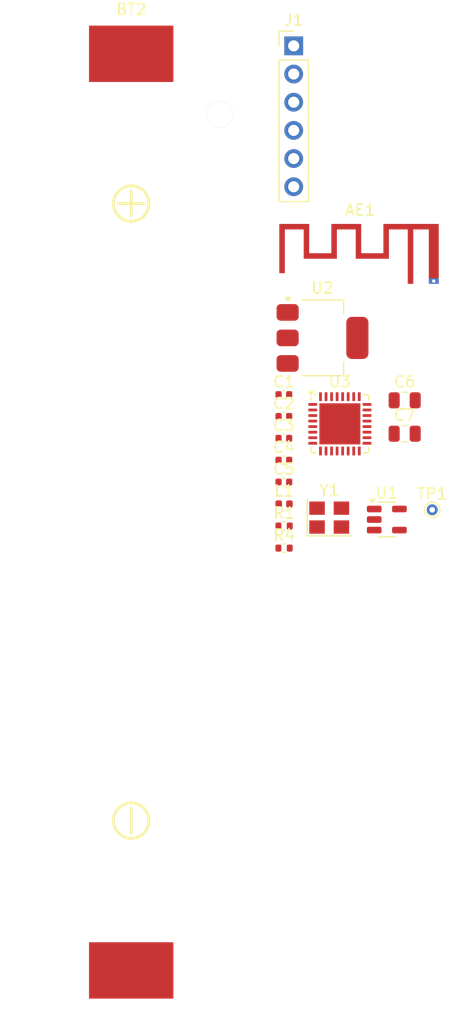
<source format=kicad_pcb>
(kicad_pcb (version 20240108) (generator "pcbnew") (generator_version "8.0")
  (layers (0 "F.Cu" signal) (31 "B.Cu" signal) (34 "B.Paste" user) (35 "F.Paste" user) (36 "B.SilkS" user "B.Silkscreen") (37 "F.SilkS" user "F.Silkscreen") (38 "B.Mask" user) (39 "F.Mask" user) (44 "Edge.Cuts" user))
  (net 0 "")
  (net 1 "GND")
  (net 2 "Net-(AE1-Pad1)")
  (net 3 "+BATT")
  (net 4 "/ANTENNA_IN")
  (net 5 "/XTAL_P")
  (net 6 "/XTAL_N")
  (net 7 "+3V3")
  (net 8 "/BOOTSEL")
  (net 9 "/UART_RXD")
  (net 10 "VBUS")
  (net 11 "/UART_TXD")
  (net 12 "Net-(U1-PROG)")
  (net 13 "Net-(U3-U0TXD)")
  (net 14 "/~{CHRG}")
  (footprint "Capacitor_SMD:C_0805_2012Metric" (layer "F.Cu") (at 90.695 69.475)
    (property "Reference" "C6" (at 0 -1.68 0) (layer "F.SilkS"))
    (property "Value" "47u")
    (fp_line (start -0.261252 -0.735) (end 0.261252 -0.735) (stroke (width 0.12)) (layer "F.SilkS"))
    (fp_line (start -0.261252 0.735) (end 0.261252 0.735) (stroke (width 0.12)) (layer "F.SilkS"))
    (pad "1" smd roundrect (at -0.95 0) (size 1 1.45) (layers "F.Cu" "F.Paste" "F.Mask") (net 7 "+3V3"))
    (pad "2" smd roundrect (at 0.95 0) (size 1 1.45) (layers "F.Cu" "F.Paste" "F.Mask") (net 1 "GND"))
  )
  (footprint "Crystal:Crystal_SMD_3225-4Pin_3.2x2.5mm" (layer "F.Cu") (at 83.885 80.045)
    (property "Reference" "Y1" (at 0 -2.45 0) (layer "F.SilkS"))
    (property "Value" "ABM8-272-T3")
    (fp_line (start -2 -1.65) (end -2 1.65) (stroke (width 0.12)) (layer "F.SilkS"))
    (fp_line (start -2 1.65) (end 2 1.65) (stroke (width 0.12)) (layer "F.SilkS"))
    (pad "1" smd rect (at -1.1 0.85) (size 1.4 1.2) (layers "F.Cu" "F.Paste" "F.Mask") (net 5 "/XTAL_P"))
    (pad "2" smd rect (at 1.1 0.85) (size 1.4 1.2) (layers "F.Cu" "F.Paste" "F.Mask") (net 1 "GND"))
    (pad "3" smd rect (at 1.1 -0.85) (size 1.4 1.2) (layers "F.Cu" "F.Paste" "F.Mask") (net 6 "/XTAL_N"))
    (pad "4" smd rect (at -1.1 -0.85) (size 1.4 1.2) (layers "F.Cu" "F.Paste" "F.Mask") (net 1 "GND"))
  )
  (footprint "Capacitor_SMD:C_0805_2012Metric" (layer "F.Cu") (at 90.695 72.485)
    (property "Reference" "C7" (at 0 -1.68 0) (layer "F.SilkS"))
    (property "Value" "47u")
    (fp_line (start -0.261252 -0.735) (end 0.261252 -0.735) (stroke (width 0.12)) (layer "F.SilkS"))
    (fp_line (start -0.261252 0.735) (end 0.261252 0.735) (stroke (width 0.12)) (layer "F.SilkS"))
    (pad "1" smd roundrect (at -0.95 0) (size 1 1.45) (layers "F.Cu" "F.Paste" "F.Mask") (net 7 "+3V3"))
    (pad "2" smd roundrect (at 0.95 0) (size 1 1.45) (layers "F.Cu" "F.Paste" "F.Mask") (net 1 "GND"))
  )
  (footprint "Inductor_SMD:L_0402_1005Metric" (layer "F.Cu") (at 79.805 78.815)
    (property "Reference" "L1" (at 0 -1.17 0) (layer "F.SilkS"))
    (property "Value" "1.8n")
    (pad "1" smd roundrect (at -0.485 0) (size 0.59 0.64) (layers "F.Cu" "F.Paste" "F.Mask") (net 4 "/ANTENNA_IN"))
    (pad "2" smd roundrect (at 0.485 0) (size 0.59 0.64) (layers "F.Cu" "F.Paste" "F.Mask") (net 2 "Net-(AE1-Pad1)"))
  )
  (footprint "Package_DFN_QFN:QFN-32-1EP_5x5mm_P0.5mm_EP3.7x3.7mm" (layer "F.Cu") (at 84.845 71.595)
    (property "Reference" "U3" (at 0 -3.8 0) (layer "F.SilkS"))
    (property "Value" "ESP32-C3FH4")
    (fp_line (start -2.61 -2.135) (end -2.61 -2.37) (stroke (width 0.12)) (layer "F.SilkS"))
    (fp_line (start -2.61 2.61) (end -2.61 2.135) (stroke (width 0.12)) (layer "F.SilkS"))
    (fp_line (start -2.135 -2.61) (end -2.31 -2.61) (stroke (width 0.12)) (layer "F.SilkS"))
    (fp_line (start -2.135 2.61) (end -2.61 2.61) (stroke (width 0.12)) (layer "F.SilkS"))
    (fp_line (start 2.135 -2.61) (end 2.61 -2.61) (stroke (width 0.12)) (layer "F.SilkS"))
    (fp_line (start 2.135 2.61) (end 2.61 2.61) (stroke (width 0.12)) (layer "F.SilkS"))
    (fp_line (start 2.61 -2.61) (end 2.61 -2.135) (stroke (width 0.12)) (layer "F.SilkS"))
    (fp_line (start 2.61 2.61) (end 2.61 2.135) (stroke (width 0.12)) (layer "F.SilkS"))
    (fp_poly (pts (xy -2.61 -2.61) (xy -2.85 -2.94) (xy -2.37 -2.94) (xy -2.61 -2.61)) (stroke (width 0.12)) (fill solid) (layer "F.SilkS"))
    (pad "1" smd roundrect (at -2.45 -1.75) (size 0.8 0.25) (layers "F.Cu" "F.Paste" "F.Mask") (net 4 "/ANTENNA_IN"))
    (pad "2" smd roundrect (at -2.45 -1.25) (size 0.8 0.25) (layers "F.Cu" "F.Paste" "F.Mask") (net 7 "+3V3"))
    (pad "3" smd roundrect (at -2.45 -0.75) (size 0.8 0.25) (layers "F.Cu" "F.Paste" "F.Mask") (net 7 "+3V3"))
    (pad "4" smd roundrect (at -2.45 -0.25) (size 0.8 0.25) (layers "F.Cu" "F.Paste" "F.Mask"))
    (pad "5" smd roundrect (at -2.45 0.25) (size 0.8 0.25) (layers "F.Cu" "F.Paste" "F.Mask"))
    (pad "6" smd roundrect (at -2.45 0.75) (size 0.8 0.25) (layers "F.Cu" "F.Paste" "F.Mask"))
    (pad "7" smd roundrect (at -2.45 1.25) (size 0.8 0.25) (layers "F.Cu" "F.Paste" "F.Mask") (net 7 "+3V3"))
    (pad "8" smd roundrect (at -2.45 1.75) (size 0.8 0.25) (layers "F.Cu" "F.Paste" "F.Mask"))
    (pad "9" smd roundrect (at -1.75 2.45) (size 0.25 0.8) (layers "F.Cu" "F.Paste" "F.Mask"))
    (pad "10" smd roundrect (at -1.25 2.45) (size 0.25 0.8) (layers "F.Cu" "F.Paste" "F.Mask"))
    (pad "11" smd roundrect (at -0.75 2.45) (size 0.25 0.8) (layers "F.Cu" "F.Paste" "F.Mask") (net 7 "+3V3"))
    (pad "12" smd roundrect (at -0.25 2.45) (size 0.25 0.8) (layers "F.Cu" "F.Paste" "F.Mask"))
    (pad "13" smd roundrect (at 0.25 2.45) (size 0.25 0.8) (layers "F.Cu" "F.Paste" "F.Mask"))
    (pad "14" smd roundrect (at 0.75 2.45) (size 0.25 0.8) (layers "F.Cu" "F.Paste" "F.Mask"))
    (pad "15" smd roundrect (at 1.25 2.45) (size 0.25 0.8) (layers "F.Cu" "F.Paste" "F.Mask") (net 8 "/BOOTSEL"))
    (pad "16" smd roundrect (at 1.75 2.45) (size 0.25 0.8) (layers "F.Cu" "F.Paste" "F.Mask"))
    (pad "17" smd roundrect (at 2.45 1.75) (size 0.8 0.25) (layers "F.Cu" "F.Paste" "F.Mask") (net 7 "+3V3"))
    (pad "18" smd roundrect (at 2.45 1.25) (size 0.8 0.25) (layers "F.Cu" "F.Paste" "F.Mask") (net 7 "+3V3"))
    (pad "19" smd roundrect (at 2.45 0.75) (size 0.8 0.25) (layers "F.Cu" "F.Paste" "F.Mask"))
    (pad "20" smd roundrect (at 2.45 0.25) (size 0.8 0.25) (layers "F.Cu" "F.Paste" "F.Mask"))
    (pad "21" smd roundrect (at 2.45 -0.25) (size 0.8 0.25) (layers "F.Cu" "F.Paste" "F.Mask"))
    (pad "22" smd roundrect (at 2.45 -0.75) (size 0.8 0.25) (layers "F.Cu" "F.Paste" "F.Mask"))
    (pad "23" smd roundrect (at 2.45 -1.25) (size 0.8 0.25) (layers "F.Cu" "F.Paste" "F.Mask"))
    (pad "24" smd roundrect (at 2.45 -1.75) (size 0.8 0.25) (layers "F.Cu" "F.Paste" "F.Mask"))
    (pad "25" smd roundrect (at 1.75 -2.45) (size 0.25 0.8) (layers "F.Cu" "F.Paste" "F.Mask"))
    (pad "26" smd roundrect (at 1.25 -2.45) (size 0.25 0.8) (layers "F.Cu" "F.Paste" "F.Mask"))
    (pad "27" smd roundrect (at 0.75 -2.45) (size 0.25 0.8) (layers "F.Cu" "F.Paste" "F.Mask") (net 9 "/UART_RXD"))
    (pad "28" smd roundrect (at 0.25 -2.45) (size 0.25 0.8) (layers "F.Cu" "F.Paste" "F.Mask") (net 13 "Net-(U3-U0TXD)"))
    (pad "29" smd roundrect (at -0.25 -2.45) (size 0.25 0.8) (layers "F.Cu" "F.Paste" "F.Mask") (net 6 "/XTAL_N"))
    (pad "30" smd roundrect (at -0.75 -2.45) (size 0.25 0.8) (layers "F.Cu" "F.Paste" "F.Mask") (net 5 "/XTAL_P"))
    (pad "31" smd roundrect (at -1.25 -2.45) (size 0.25 0.8) (layers "F.Cu" "F.Paste" "F.Mask") (net 7 "+3V3"))
    (pad "32" smd roundrect (at -1.75 -2.45) (size 0.25 0.8) (layers "F.Cu" "F.Paste" "F.Mask") (net 7 "+3V3"))
    (pad "33" smd rect (at 0 0) (size 3.7 3.7) (property pad_prop_heatsink) (layers "F.Cu" "F.Mask") (net 1 "GND"))
  )
  (footprint "TestPoint:TestPoint_THTPad_D1.0mm_Drill0.5mm" (layer "F.Cu") (at 93.185 79.345)
    (property "Reference" "TP1" (at 0 -1.448 0) (layer "F.SilkS"))
    (property "Value" "BATT")
    (fp_circle (center 0 0) (end 0 0.7) (stroke (width 0.12)) (fill none) (layer "F.SilkS"))
    (pad "1" thru_hole circle (at 0 0) (size 1 1) (drill 0.5) (layers "*.Cu" "*.Mask") (net 3 "+BATT"))
  )
  (footprint "Capacitor_SMD:C_0402_1005Metric" (layer "F.Cu") (at 79.785 74.865)
    (property "Reference" "C4" (at 0 -1.16 0) (layer "F.SilkS"))
    (property "Value" "15p")
    (fp_line (start -0.107836 -0.36) (end 0.107836 -0.36) (stroke (width 0.12)) (layer "F.SilkS"))
    (fp_line (start -0.107836 0.36) (end 0.107836 0.36) (stroke (width 0.12)) (layer "F.SilkS"))
    (pad "1" smd roundrect (at -0.48 0) (size 0.56 0.62) (layers "F.Cu" "F.Paste" "F.Mask") (net 6 "/XTAL_N"))
    (pad "2" smd roundrect (at 0.48 0) (size 0.56 0.62) (layers "F.Cu" "F.Paste" "F.Mask") (net 1 "GND"))
  )
  (footprint "Connector_PinHeader_2.54mm:PinHeader_1x06_P2.54mm_Vertical" (layer "F.Cu") (at 80.675 37.525)
    (property "Reference" "J1" (at 0 -2.33 0) (layer "F.SilkS"))
    (property "Value" "Conn_01x06")
    (fp_line (start -1.33 -1.33) (end 0 -1.33) (stroke (width 0.12)) (layer "F.SilkS"))
    (fp_line (start -1.33 0) (end -1.33 -1.33) (stroke (width 0.12)) (layer "F.SilkS"))
    (fp_line (start -1.33 1.27) (end -1.33 14.03) (stroke (width 0.12)) (layer "F.SilkS"))
    (fp_line (start -1.33 1.27) (end 1.33 1.27) (stroke (width 0.12)) (layer "F.SilkS"))
    (fp_line (start -1.33 14.03) (end 1.33 14.03) (stroke (width 0.12)) (layer "F.SilkS"))
    (fp_line (start 1.33 1.27) (end 1.33 14.03) (stroke (width 0.12)) (layer "F.SilkS"))
    (pad "1" thru_hole rect (at 0 0) (size 1.7 1.7) (drill 1) (layers "*.Cu" "*.Mask") (net 10 "VBUS"))
    (pad "2" thru_hole oval (at 0 2.54) (size 1.7 1.7) (drill 1) (layers "*.Cu" "*.Mask") (net 7 "+3V3"))
    (pad "3" thru_hole oval (at 0 5.08) (size 1.7 1.7) (drill 1) (layers "*.Cu" "*.Mask") (net 11 "/UART_TXD"))
    (pad "4" thru_hole oval (at 0 7.62) (size 1.7 1.7) (drill 1) (layers "*.Cu" "*.Mask") (net 9 "/UART_RXD"))
    (pad "5" thru_hole oval (at 0 10.16) (size 1.7 1.7) (drill 1) (layers "*.Cu" "*.Mask") (net 8 "/BOOTSEL"))
    (pad "6" thru_hole oval (at 0 12.7) (size 1.7 1.7) (drill 1) (layers "*.Cu" "*.Mask") (net 1 "GND"))
  )
  (footprint "easyeda2kicad:BATTERY-SMD_18650-1S-L77.1-W20.7-1" (layer "F.Cu") (at 66 79.55)
    (property "Reference" "BT2" (at 0 -45.31 0) (layer "F.SilkS"))
    (property "Value" "BH-18650-B1BA002")
    (fp_line (start 0 -28.96) (end 0 -26.67) (stroke (width 0.25)) (layer "F.SilkS"))
    (fp_line (start 0 26.67) (end 0 28.95) (stroke (width 0.25)) (layer "F.SilkS"))
    (fp_line (start 1.15 -27.81) (end -1.14 -27.81) (stroke (width 0.25)) (layer "F.SilkS"))
    (fp_circle (center 0 -27.81) (end 1.6 -27.81) (stroke (width 0.25)) (fill none) (layer "F.SilkS"))
    (fp_circle (center 0 27.81) (end 1.6 27.81) (stroke (width 0.25)) (fill none) (layer "F.SilkS"))
    (pad "" thru_hole circle (at 8 -35.84) (size 2.4 2.4) (drill 2.4) (layers "*.Cu" "*.Mask"))
    (pad "1" smd rect (at 0 41.31) (size 7.62 5.08) (layers "F.Cu" "F.Paste" "F.Mask") (net 1 "GND"))
    (pad "2" smd rect (at 0 -41.31) (size 7.62 5.08) (layers "F.Cu" "F.Paste" "F.Mask") (net 3 "+BATT"))
  )
  (footprint "Capacitor_SMD:C_0402_1005Metric" (layer "F.Cu") (at 79.785 72.895)
    (property "Reference" "C3" (at 0 -1.16 0) (layer "F.SilkS"))
    (property "Value" "15p")
    (fp_line (start -0.107836 -0.36) (end 0.107836 -0.36) (stroke (width 0.12)) (layer "F.SilkS"))
    (fp_line (start -0.107836 0.36) (end 0.107836 0.36) (stroke (width 0.12)) (layer "F.SilkS"))
    (pad "1" smd roundrect (at -0.48 0) (size 0.56 0.62) (layers "F.Cu" "F.Paste" "F.Mask") (net 5 "/XTAL_P"))
    (pad "2" smd roundrect (at 0.48 0) (size 0.56 0.62) (layers "F.Cu" "F.Paste" "F.Mask") (net 1 "GND"))
  )
  (footprint "Resistor_SMD:R_0402_1005Metric" (layer "F.Cu") (at 79.805 80.805)
    (property "Reference" "R1" (at 0 -1.17 0) (layer "F.SilkS"))
    (property "Value" "1.27k")
    (fp_line (start -0.153641 -0.38) (end 0.153641 -0.38) (stroke (width 0.12)) (layer "F.SilkS"))
    (fp_line (start -0.153641 0.38) (end 0.153641 0.38) (stroke (width 0.12)) (layer "F.SilkS"))
    (pad "1" smd roundrect (at -0.51 0) (size 0.54 0.64) (layers "F.Cu" "F.Paste" "F.Mask") (net 12 "Net-(U1-PROG)"))
    (pad "2" smd roundrect (at 0.51 0) (size 0.54 0.64) (layers "F.Cu" "F.Paste" "F.Mask") (net 1 "GND"))
  )
  (footprint "Package_TO_SOT_SMD:TSOT-23-5" (layer "F.Cu") (at 89.085 80.22)
    (property "Reference" "U1" (at 0 -2.4 0) (layer "F.SilkS"))
    (property "Value" "LTC4054ES5-4.2")
    (fp_line (start 0 -1.56) (end -0.8 -1.56) (stroke (width 0.12)) (layer "F.SilkS"))
    (fp_line (start 0 -1.56) (end 0.8 -1.56) (stroke (width 0.12)) (layer "F.SilkS"))
    (fp_line (start 0 1.56) (end -0.8 1.56) (stroke (width 0.12)) (layer "F.SilkS"))
    (fp_line (start 0 1.56) (end 0.8 1.56) (stroke (width 0.12)) (layer "F.SilkS"))
    (fp_poly (pts (xy -1.3 -1.51) (xy -1.54 -1.84) (xy -1.06 -1.84) (xy -1.3 -1.51)) (stroke (width 0.12)) (fill solid) (layer "F.SilkS"))
    (pad "1" smd roundrect (at -1.1375 -0.95) (size 1.325 0.6) (layers "F.Cu" "F.Paste" "F.Mask") (net 14 "/~{CHRG}"))
    (pad "2" smd roundrect (at -1.1375 0) (size 1.325 0.6) (layers "F.Cu" "F.Paste" "F.Mask") (net 1 "GND"))
    (pad "3" smd roundrect (at -1.1375 0.95) (size 1.325 0.6) (layers "F.Cu" "F.Paste" "F.Mask") (net 3 "+BATT"))
    (pad "4" smd roundrect (at 1.1375 0.95) (size 1.325 0.6) (layers "F.Cu" "F.Paste" "F.Mask") (net 10 "VBUS"))
    (pad "5" smd roundrect (at 1.1375 -0.95) (size 1.325 0.6) (layers "F.Cu" "F.Paste" "F.Mask") (net 12 "Net-(U1-PROG)"))
  )
  (footprint "Package_TO_SOT_SMD:SOT-223-3_TabPin2" (layer "F.Cu") (at 83.275 63.85)
    (property "Reference" "U2" (at 0 -4.5 0) (layer "F.SilkS"))
    (property "Value" "NCP1117-3.3_SOT223")
    (fp_line (start -1.85 -3.41) (end 1.91 -3.41) (stroke (width 0.12)) (layer "F.SilkS"))
    (fp_line (start -1.85 3.41) (end 1.91 3.41) (stroke (width 0.12)) (layer "F.SilkS"))
    (fp_line (start 1.91 -3.41) (end 1.91 -2.15) (stroke (width 0.12)) (layer "F.SilkS"))
    (fp_line (start 1.91 3.41) (end 1.91 2.15) (stroke (width 0.12)) (layer "F.SilkS"))
    (fp_poly (pts (xy -3.13 -3.31) (xy -3.37 -3.64) (xy -2.89 -3.64) (xy -3.13 -3.31)) (stroke (width 0.12)) (fill solid) (layer "F.SilkS"))
    (pad "1" smd roundrect (at -3.15 -2.3) (size 2 1.5) (layers "F.Cu" "F.Paste" "F.Mask") (net 1 "GND"))
    (pad "2" smd roundrect (at -3.15 0) (size 2 1.5) (layers "F.Cu" "F.Paste" "F.Mask") (net 7 "+3V3"))
    (pad "2" smd roundrect (at 3.15 0) (size 2 3.8) (layers "F.Cu" "F.Paste" "F.Mask") (net 7 "+3V3"))
    (pad "3" smd roundrect (at -3.15 2.3) (size 2 1.5) (layers "F.Cu" "F.Paste" "F.Mask") (net 3 "+BATT"))
  )
  (footprint "Capacitor_SMD:C_0402_1005Metric" (layer "F.Cu") (at 79.785 68.955)
    (property "Reference" "C1" (at 0 -1.16 0) (layer "F.SilkS"))
    (property "Value" "2.4p")
    (fp_line (start -0.107836 -0.36) (end 0.107836 -0.36) (stroke (width 0.12)) (layer "F.SilkS"))
    (fp_line (start -0.107836 0.36) (end 0.107836 0.36) (stroke (width 0.12)) (layer "F.SilkS"))
    (pad "1" smd roundrect (at -0.48 0) (size 0.56 0.62) (layers "F.Cu" "F.Paste" "F.Mask") (net 4 "/ANTENNA_IN"))
    (pad "2" smd roundrect (at 0.48 0) (size 0.56 0.62) (layers "F.Cu" "F.Paste" "F.Mask") (net 1 "GND"))
  )
  (footprint "Capacitor_SMD:C_0402_1005Metric" (layer "F.Cu") (at 79.785 76.835)
    (property "Reference" "C5" (at 0 -1.16 0) (layer "F.SilkS"))
    (property "Value" "10u")
    (fp_line (start -0.107836 -0.36) (end 0.107836 -0.36) (stroke (width 0.12)) (layer "F.SilkS"))
    (fp_line (start -0.107836 0.36) (end 0.107836 0.36) (stroke (width 0.12)) (layer "F.SilkS"))
    (pad "1" smd roundrect (at -0.48 0) (size 0.56 0.62) (layers "F.Cu" "F.Paste" "F.Mask") (net 7 "+3V3"))
    (pad "2" smd roundrect (at 0.48 0) (size 0.56 0.62) (layers "F.Cu" "F.Paste" "F.Mask") (net 1 "GND"))
  )
  (footprint "Resistor_SMD:R_0402_1005Metric" (layer "F.Cu") (at 79.805 82.795)
    (property "Reference" "R4" (at 0 -1.17 0) (layer "F.SilkS"))
    (property "Value" "470")
    (fp_line (start -0.153641 -0.38) (end 0.153641 -0.38) (stroke (width 0.12)) (layer "F.SilkS"))
    (fp_line (start -0.153641 0.38) (end 0.153641 0.38) (stroke (width 0.12)) (layer "F.SilkS"))
    (pad "1" smd roundrect (at -0.51 0) (size 0.54 0.64) (layers "F.Cu" "F.Paste" "F.Mask") (net 13 "Net-(U3-U0TXD)"))
    (pad "2" smd roundrect (at 0.51 0) (size 0.54 0.64) (layers "F.Cu" "F.Paste" "F.Mask") (net 11 "/UART_TXD"))
  )
  (footprint "RF_Antenna:Texas_SWRA117D_2.4GHz_Left" (layer "F.Cu") (at 91.225 58.725)
    (property "Reference" "AE1" (at -4.55 -6.41 0) (layer "F.SilkS"))
    (property "Value" "~")
    (fp_poly (pts (xy -2.45 -2.51) (xy -4.45 -2.51) (xy -4.45 -5.15) (xy -7.15 -5.15) (xy -7.15 -2.51) (xy -9.15 -2.51) (xy -9.15 -5.15) (xy -11.85 -5.15) (xy -11.85 -0.71) (xy -11.35 -0.71) (xy -11.35 -4.65) (xy -9.65 -4.65) (xy -9.65 -2.01) (xy -6.65 -2.01) (xy -6.65 -4.65) (xy -4.95 -4.65) (xy -4.95 -2.01) (xy -1.95 -2.01) (xy -1.95 -4.65) (xy -0.25 -4.65) (xy -0.25 0.25) (xy 0.25 0.25) (xy 0.25 -4.65) (xy 1.65 -4.65) (xy 1.65 0.25) (xy 2.55 0.25) (xy 2.55 0.006785) (xy 2.247583 0.006785) (xy 2.237742 0.054395) (xy 2.213674 0.096797) (xy 2.175731 0.129581) (xy 2.167819 0.133935) (xy 2.125156 0.146043) (xy 2.076637 0.1453) (xy 2.031122 0.1324) (xy 2.012511 0.121787) (xy 1.978868 0.086553) (xy 1.958309 0.041368) (xy 1.951778 -0.008158) (xy 1.960218 -0.056417) (xy 1.977112 -0.088643) (xy 2.012372 -0.121313) (xy 2.057682 -0.141408) (xy 2.107267 -0.147982) (xy 2.155353 -0.140092) (xy 2.188245 -0.123186) (xy 2.223185 -0.086416) (xy 2.242847 -0.041622) (xy 2.247583 0.006785) (xy 2.55 0.006785) (xy 2.55 -5.15) (xy -2.45 -5.15) (xy -2.45 -2.51)) (fill solid) (layer "F.Cu"))
    (pad "1" connect rect (at 0 0) (size 0.5 0.5) (layers "F.Cu") (net 2 "Net-(AE1-Pad1)"))
    (pad "2" thru_hole rect (at 2.1 0) (size 0.9 0.5) (drill 0.3) (layers "*.Cu") (net 1 "GND"))
  )
  (footprint "Capacitor_SMD:C_0402_1005Metric" (layer "F.Cu") (at 79.785 70.925)
    (property "Reference" "C2" (at 0 -1.16 0) (layer "F.SilkS"))
    (property "Value" "2.4p")
    (fp_line (start -0.107836 -0.36) (end 0.107836 -0.36) (stroke (width 0.12)) (layer "F.SilkS"))
    (fp_line (start -0.107836 0.36) (end 0.107836 0.36) (stroke (width 0.12)) (layer "F.SilkS"))
    (pad "1" smd roundrect (at -0.48 0) (size 0.56 0.62) (layers "F.Cu" "F.Paste" "F.Mask") (net 2 "Net-(AE1-Pad1)"))
    (pad "2" smd roundrect (at 0.48 0) (size 0.56 0.62) (layers "F.Cu" "F.Paste" "F.Mask") (net 1 "GND"))
  )
)
</source>
